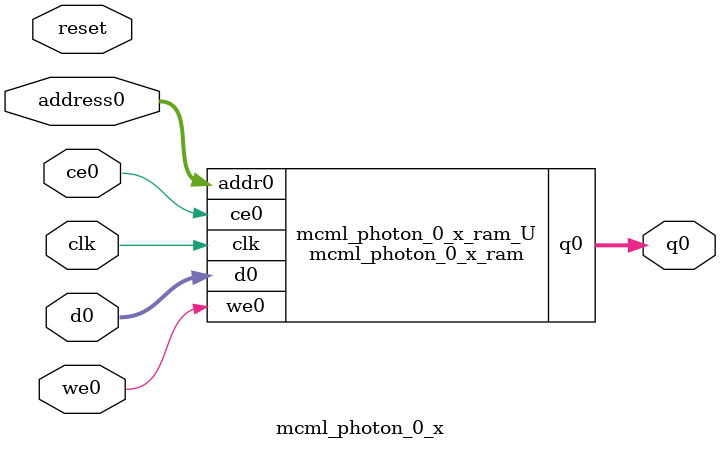
<source format=v>

`timescale 1 ns / 1 ps
module mcml_photon_0_x_ram (addr0, ce0, d0, we0, q0,  clk);

parameter DWIDTH = 32;
parameter AWIDTH = 10;
parameter MEM_SIZE = 1000;

input[AWIDTH-1:0] addr0;
input ce0;
input[DWIDTH-1:0] d0;
input we0;
output reg[DWIDTH-1:0] q0;
input clk;

(* ram_style = "block" *)reg [DWIDTH-1:0] ram[MEM_SIZE-1:0];




always @(posedge clk)  
begin 
    if (ce0) 
    begin
        if (we0) 
        begin 
            ram[addr0] <= d0; 
            q0 <= d0;
        end 
        else 
            q0 <= ram[addr0];
    end
end


endmodule


`timescale 1 ns / 1 ps
module mcml_photon_0_x(
    reset,
    clk,
    address0,
    ce0,
    we0,
    d0,
    q0);

parameter DataWidth = 32'd32;
parameter AddressRange = 32'd1000;
parameter AddressWidth = 32'd10;
input reset;
input clk;
input[AddressWidth - 1:0] address0;
input ce0;
input we0;
input[DataWidth - 1:0] d0;
output[DataWidth - 1:0] q0;



mcml_photon_0_x_ram mcml_photon_0_x_ram_U(
    .clk( clk ),
    .addr0( address0 ),
    .ce0( ce0 ),
    .d0( d0 ),
    .we0( we0 ),
    .q0( q0 ));

endmodule


</source>
